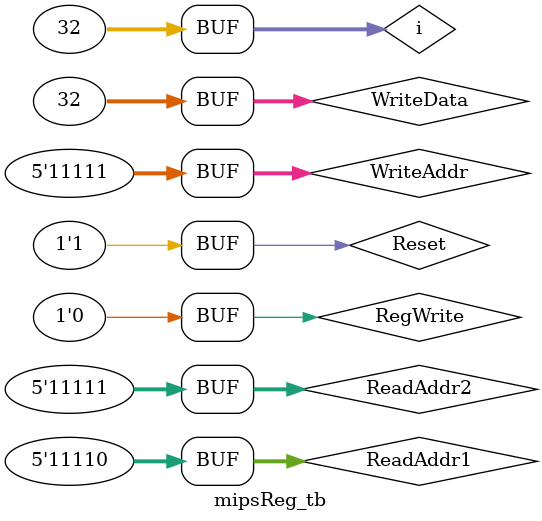
<source format=v>
module mipsReg_tb;
	reg [4:0] ReadAddr1;
	reg [4:0] ReadAddr2;
	reg [4:0] WriteAddr;
	reg [31:0] WriteData;

	wire [31:0] ReadData1;
	wire [31:0] ReadData2;

	reg RegWrite;
	reg Reset;

	integer i;

	initial
        begin
	    Reset = 0;
	    /* Writing values */
	    RegWrite <= 1;
            for (i = 0; i<32; i= i + 1) 
                begin
                    WriteAddr <= i;
                    WriteData <= i+1;
		    #1;
                end

	    /* Reading values in pairs */
            RegWrite <= 0;
            for (i = 0; i<31; i= i + 2) 
                begin
                    ReadAddr1 <= i;
	 	    ReadAddr2 <= i+1;
		    #1;
                end
	    
	    Reset = 1;

	    /* Read reseted values */
            for (i = 0; i<31; i= i + 2) 
                begin
                    ReadAddr1 <= i;
	 	    ReadAddr2 <= i+1;
		    #1;
                end
		
		
        end

	mipsReg op (ReadAddr1,ReadAddr2,WriteAddr,WriteData,ReadData1,ReadData2, RegWrite, Reset);
endmodule 

</source>
